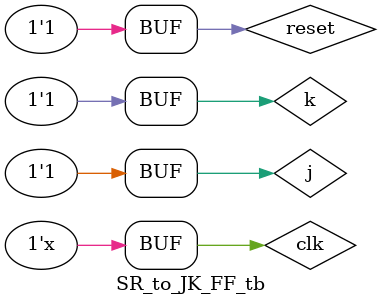
<source format=v>
module SR_to_JK_FF (
    input j,k,clk,reset ,output q,qb
);
    SR_FF a1(s,r,clk,reset,q,qb);
    and(s,j,qb);
    and(r,k,q);
    
endmodule //SR_to_JK_FF

module SR_to_JK_FF_tb ();
    reg j,k,clk,reset;
    wire q,qb;

    initial begin
        #5;
        clk=0;
        reset=0;
        j=0;k=0;#10;
        j=0;k=1;#10;
        j=1;k=0;#10;
        j=1;k=1;#10;
    end
    always #10 clk=~clk;
    initial #100 reset=1;

    SR_to_JK_FF a1(j,k,clk,reset ,q,qb);

endmodule //SR_to_JK_FF

</source>
